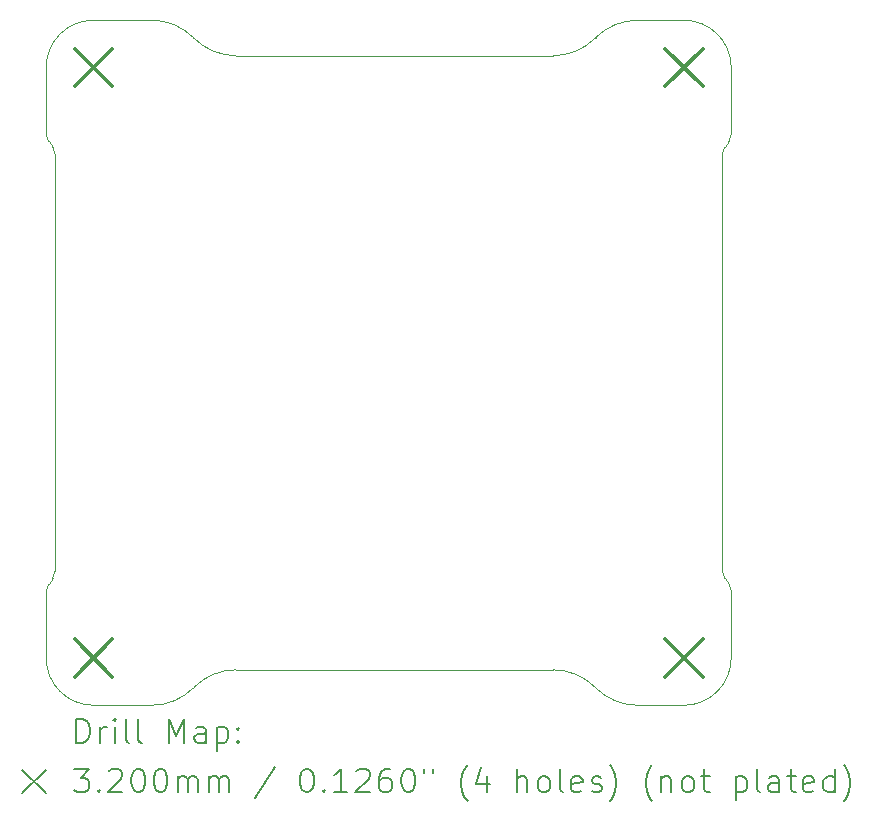
<source format=gbr>
%TF.GenerationSoftware,KiCad,Pcbnew,8.0.0*%
%TF.CreationDate,2024-06-23T16:30:49+02:00*%
%TF.ProjectId,TSAL,5453414c-2e6b-4696-9361-645f70636258,V2.1*%
%TF.SameCoordinates,Original*%
%TF.FileFunction,Drillmap*%
%TF.FilePolarity,Positive*%
%FSLAX45Y45*%
G04 Gerber Fmt 4.5, Leading zero omitted, Abs format (unit mm)*
G04 Created by KiCad (PCBNEW 8.0.0) date 2024-06-23 16:30:49*
%MOMM*%
%LPD*%
G01*
G04 APERTURE LIST*
%ADD10C,0.100000*%
%ADD11C,0.200000*%
%ADD12C,0.320000*%
G04 APERTURE END LIST*
D10*
X7682100Y-3711033D02*
G75*
G02*
X7702100Y-3771033I-80017J-60006D01*
G01*
X7627100Y-3037700D02*
G75*
G02*
X8027100Y-2637700I400000J0D01*
G01*
X7702100Y-7304367D02*
G75*
G02*
X7682100Y-7364367I-99980J-7D01*
G01*
X12280653Y-2784147D02*
G75*
G02*
X12634207Y-2637698I353557J-353553D01*
G01*
X11919993Y-8137700D02*
X9234207Y-8137700D01*
X8880653Y-8284147D02*
G75*
G02*
X9234207Y-8137700I353553J-353553D01*
G01*
X13407100Y-7411033D02*
G75*
G02*
X13427100Y-7471033I-80020J-60007D01*
G01*
X12273546Y-2791253D02*
G75*
G02*
X11919993Y-2937702I-353557J353553D01*
G01*
X8873547Y-8291253D02*
G75*
G02*
X8519993Y-8437700I-353553J353553D01*
G01*
X13027100Y-8437700D02*
X12634207Y-8437700D01*
X13427100Y-3037700D02*
X13427100Y-3604367D01*
X8027100Y-8437700D02*
G75*
G02*
X7627100Y-8037700I0J400000D01*
G01*
X12280653Y-8291253D02*
X12273547Y-8284147D01*
X8027100Y-2637700D02*
X8519993Y-2637700D01*
X7682100Y-3711033D02*
X7647100Y-3664367D01*
X9234207Y-2937700D02*
G75*
G02*
X8880653Y-2791253I-2J499996D01*
G01*
X13352100Y-3771033D02*
G75*
G02*
X13372098Y-3711032I100000J3D01*
G01*
X8873547Y-2784147D02*
X8880653Y-2791253D01*
X7627100Y-7471033D02*
G75*
G02*
X7647100Y-7411033I99980J7D01*
G01*
X12634207Y-2637700D02*
X13027100Y-2637700D01*
X7627100Y-3604367D02*
X7627100Y-3037700D01*
X9234207Y-2937700D02*
X11919993Y-2937700D01*
X13427100Y-3604367D02*
G75*
G02*
X13407098Y-3664365I-99980J-3D01*
G01*
X8880653Y-8284147D02*
X8873547Y-8291253D01*
X13352100Y-3771033D02*
X13352100Y-7304367D01*
X13427100Y-8037700D02*
G75*
G02*
X13027100Y-8437700I-400000J0D01*
G01*
X7647100Y-7411033D02*
X7682100Y-7364367D01*
X8519993Y-8437700D02*
X8027100Y-8437700D01*
X7627100Y-8037700D02*
X7627100Y-7471033D01*
X13372100Y-7364367D02*
X13407100Y-7411033D01*
X13407100Y-3664367D02*
X13372100Y-3711033D01*
X12634207Y-8437700D02*
G75*
G02*
X12280651Y-8291256I3J500020D01*
G01*
X7702100Y-7304367D02*
X7702100Y-3771033D01*
X13027100Y-2637700D02*
G75*
G02*
X13427100Y-3037700I0J-400000D01*
G01*
X13372100Y-7364367D02*
G75*
G02*
X13352100Y-7304367I80020J60007D01*
G01*
X11919993Y-8137700D02*
G75*
G02*
X12273547Y-8284146I2J-499996D01*
G01*
X13427100Y-7471033D02*
X13427100Y-8037700D01*
X8519993Y-2637700D02*
G75*
G02*
X8873547Y-2784147I2J-499996D01*
G01*
X7647100Y-3664367D02*
G75*
G02*
X7627100Y-3604367I80017J60006D01*
G01*
X12273547Y-2791253D02*
X12280653Y-2784147D01*
D11*
D12*
X7867100Y-2877700D02*
X8187100Y-3197700D01*
X8187100Y-2877700D02*
X7867100Y-3197700D01*
X7867100Y-7877700D02*
X8187100Y-8197700D01*
X8187100Y-7877700D02*
X7867100Y-8197700D01*
X12867100Y-2877700D02*
X13187100Y-3197700D01*
X13187100Y-2877700D02*
X12867100Y-3197700D01*
X12867100Y-7877700D02*
X13187100Y-8197700D01*
X13187100Y-7877700D02*
X12867100Y-8197700D01*
D11*
X7882877Y-8754184D02*
X7882877Y-8554184D01*
X7882877Y-8554184D02*
X7930496Y-8554184D01*
X7930496Y-8554184D02*
X7959067Y-8563708D01*
X7959067Y-8563708D02*
X7978115Y-8582755D01*
X7978115Y-8582755D02*
X7987639Y-8601803D01*
X7987639Y-8601803D02*
X7997162Y-8639898D01*
X7997162Y-8639898D02*
X7997162Y-8668470D01*
X7997162Y-8668470D02*
X7987639Y-8706565D01*
X7987639Y-8706565D02*
X7978115Y-8725612D01*
X7978115Y-8725612D02*
X7959067Y-8744660D01*
X7959067Y-8744660D02*
X7930496Y-8754184D01*
X7930496Y-8754184D02*
X7882877Y-8754184D01*
X8082877Y-8754184D02*
X8082877Y-8620850D01*
X8082877Y-8658946D02*
X8092401Y-8639898D01*
X8092401Y-8639898D02*
X8101924Y-8630374D01*
X8101924Y-8630374D02*
X8120972Y-8620850D01*
X8120972Y-8620850D02*
X8140020Y-8620850D01*
X8206686Y-8754184D02*
X8206686Y-8620850D01*
X8206686Y-8554184D02*
X8197162Y-8563708D01*
X8197162Y-8563708D02*
X8206686Y-8573231D01*
X8206686Y-8573231D02*
X8216210Y-8563708D01*
X8216210Y-8563708D02*
X8206686Y-8554184D01*
X8206686Y-8554184D02*
X8206686Y-8573231D01*
X8330496Y-8754184D02*
X8311448Y-8744660D01*
X8311448Y-8744660D02*
X8301924Y-8725612D01*
X8301924Y-8725612D02*
X8301924Y-8554184D01*
X8435258Y-8754184D02*
X8416210Y-8744660D01*
X8416210Y-8744660D02*
X8406686Y-8725612D01*
X8406686Y-8725612D02*
X8406686Y-8554184D01*
X8663829Y-8754184D02*
X8663829Y-8554184D01*
X8663829Y-8554184D02*
X8730496Y-8697041D01*
X8730496Y-8697041D02*
X8797163Y-8554184D01*
X8797163Y-8554184D02*
X8797163Y-8754184D01*
X8978115Y-8754184D02*
X8978115Y-8649422D01*
X8978115Y-8649422D02*
X8968591Y-8630374D01*
X8968591Y-8630374D02*
X8949544Y-8620850D01*
X8949544Y-8620850D02*
X8911448Y-8620850D01*
X8911448Y-8620850D02*
X8892401Y-8630374D01*
X8978115Y-8744660D02*
X8959067Y-8754184D01*
X8959067Y-8754184D02*
X8911448Y-8754184D01*
X8911448Y-8754184D02*
X8892401Y-8744660D01*
X8892401Y-8744660D02*
X8882877Y-8725612D01*
X8882877Y-8725612D02*
X8882877Y-8706565D01*
X8882877Y-8706565D02*
X8892401Y-8687517D01*
X8892401Y-8687517D02*
X8911448Y-8677993D01*
X8911448Y-8677993D02*
X8959067Y-8677993D01*
X8959067Y-8677993D02*
X8978115Y-8668470D01*
X9073353Y-8620850D02*
X9073353Y-8820850D01*
X9073353Y-8630374D02*
X9092401Y-8620850D01*
X9092401Y-8620850D02*
X9130496Y-8620850D01*
X9130496Y-8620850D02*
X9149544Y-8630374D01*
X9149544Y-8630374D02*
X9159067Y-8639898D01*
X9159067Y-8639898D02*
X9168591Y-8658946D01*
X9168591Y-8658946D02*
X9168591Y-8716089D01*
X9168591Y-8716089D02*
X9159067Y-8735136D01*
X9159067Y-8735136D02*
X9149544Y-8744660D01*
X9149544Y-8744660D02*
X9130496Y-8754184D01*
X9130496Y-8754184D02*
X9092401Y-8754184D01*
X9092401Y-8754184D02*
X9073353Y-8744660D01*
X9254305Y-8735136D02*
X9263829Y-8744660D01*
X9263829Y-8744660D02*
X9254305Y-8754184D01*
X9254305Y-8754184D02*
X9244782Y-8744660D01*
X9244782Y-8744660D02*
X9254305Y-8735136D01*
X9254305Y-8735136D02*
X9254305Y-8754184D01*
X9254305Y-8630374D02*
X9263829Y-8639898D01*
X9263829Y-8639898D02*
X9254305Y-8649422D01*
X9254305Y-8649422D02*
X9244782Y-8639898D01*
X9244782Y-8639898D02*
X9254305Y-8630374D01*
X9254305Y-8630374D02*
X9254305Y-8649422D01*
X7422100Y-8982700D02*
X7622100Y-9182700D01*
X7622100Y-8982700D02*
X7422100Y-9182700D01*
X7863829Y-8974184D02*
X7987639Y-8974184D01*
X7987639Y-8974184D02*
X7920972Y-9050374D01*
X7920972Y-9050374D02*
X7949543Y-9050374D01*
X7949543Y-9050374D02*
X7968591Y-9059898D01*
X7968591Y-9059898D02*
X7978115Y-9069422D01*
X7978115Y-9069422D02*
X7987639Y-9088470D01*
X7987639Y-9088470D02*
X7987639Y-9136089D01*
X7987639Y-9136089D02*
X7978115Y-9155136D01*
X7978115Y-9155136D02*
X7968591Y-9164660D01*
X7968591Y-9164660D02*
X7949543Y-9174184D01*
X7949543Y-9174184D02*
X7892401Y-9174184D01*
X7892401Y-9174184D02*
X7873353Y-9164660D01*
X7873353Y-9164660D02*
X7863829Y-9155136D01*
X8073353Y-9155136D02*
X8082877Y-9164660D01*
X8082877Y-9164660D02*
X8073353Y-9174184D01*
X8073353Y-9174184D02*
X8063829Y-9164660D01*
X8063829Y-9164660D02*
X8073353Y-9155136D01*
X8073353Y-9155136D02*
X8073353Y-9174184D01*
X8159067Y-8993231D02*
X8168591Y-8983708D01*
X8168591Y-8983708D02*
X8187639Y-8974184D01*
X8187639Y-8974184D02*
X8235258Y-8974184D01*
X8235258Y-8974184D02*
X8254305Y-8983708D01*
X8254305Y-8983708D02*
X8263829Y-8993231D01*
X8263829Y-8993231D02*
X8273353Y-9012279D01*
X8273353Y-9012279D02*
X8273353Y-9031327D01*
X8273353Y-9031327D02*
X8263829Y-9059898D01*
X8263829Y-9059898D02*
X8149543Y-9174184D01*
X8149543Y-9174184D02*
X8273353Y-9174184D01*
X8397163Y-8974184D02*
X8416210Y-8974184D01*
X8416210Y-8974184D02*
X8435258Y-8983708D01*
X8435258Y-8983708D02*
X8444782Y-8993231D01*
X8444782Y-8993231D02*
X8454305Y-9012279D01*
X8454305Y-9012279D02*
X8463829Y-9050374D01*
X8463829Y-9050374D02*
X8463829Y-9097993D01*
X8463829Y-9097993D02*
X8454305Y-9136089D01*
X8454305Y-9136089D02*
X8444782Y-9155136D01*
X8444782Y-9155136D02*
X8435258Y-9164660D01*
X8435258Y-9164660D02*
X8416210Y-9174184D01*
X8416210Y-9174184D02*
X8397163Y-9174184D01*
X8397163Y-9174184D02*
X8378115Y-9164660D01*
X8378115Y-9164660D02*
X8368591Y-9155136D01*
X8368591Y-9155136D02*
X8359067Y-9136089D01*
X8359067Y-9136089D02*
X8349543Y-9097993D01*
X8349543Y-9097993D02*
X8349543Y-9050374D01*
X8349543Y-9050374D02*
X8359067Y-9012279D01*
X8359067Y-9012279D02*
X8368591Y-8993231D01*
X8368591Y-8993231D02*
X8378115Y-8983708D01*
X8378115Y-8983708D02*
X8397163Y-8974184D01*
X8587639Y-8974184D02*
X8606686Y-8974184D01*
X8606686Y-8974184D02*
X8625734Y-8983708D01*
X8625734Y-8983708D02*
X8635258Y-8993231D01*
X8635258Y-8993231D02*
X8644782Y-9012279D01*
X8644782Y-9012279D02*
X8654305Y-9050374D01*
X8654305Y-9050374D02*
X8654305Y-9097993D01*
X8654305Y-9097993D02*
X8644782Y-9136089D01*
X8644782Y-9136089D02*
X8635258Y-9155136D01*
X8635258Y-9155136D02*
X8625734Y-9164660D01*
X8625734Y-9164660D02*
X8606686Y-9174184D01*
X8606686Y-9174184D02*
X8587639Y-9174184D01*
X8587639Y-9174184D02*
X8568591Y-9164660D01*
X8568591Y-9164660D02*
X8559067Y-9155136D01*
X8559067Y-9155136D02*
X8549544Y-9136089D01*
X8549544Y-9136089D02*
X8540020Y-9097993D01*
X8540020Y-9097993D02*
X8540020Y-9050374D01*
X8540020Y-9050374D02*
X8549544Y-9012279D01*
X8549544Y-9012279D02*
X8559067Y-8993231D01*
X8559067Y-8993231D02*
X8568591Y-8983708D01*
X8568591Y-8983708D02*
X8587639Y-8974184D01*
X8740020Y-9174184D02*
X8740020Y-9040850D01*
X8740020Y-9059898D02*
X8749544Y-9050374D01*
X8749544Y-9050374D02*
X8768591Y-9040850D01*
X8768591Y-9040850D02*
X8797163Y-9040850D01*
X8797163Y-9040850D02*
X8816210Y-9050374D01*
X8816210Y-9050374D02*
X8825734Y-9069422D01*
X8825734Y-9069422D02*
X8825734Y-9174184D01*
X8825734Y-9069422D02*
X8835258Y-9050374D01*
X8835258Y-9050374D02*
X8854305Y-9040850D01*
X8854305Y-9040850D02*
X8882877Y-9040850D01*
X8882877Y-9040850D02*
X8901925Y-9050374D01*
X8901925Y-9050374D02*
X8911448Y-9069422D01*
X8911448Y-9069422D02*
X8911448Y-9174184D01*
X9006686Y-9174184D02*
X9006686Y-9040850D01*
X9006686Y-9059898D02*
X9016210Y-9050374D01*
X9016210Y-9050374D02*
X9035258Y-9040850D01*
X9035258Y-9040850D02*
X9063829Y-9040850D01*
X9063829Y-9040850D02*
X9082877Y-9050374D01*
X9082877Y-9050374D02*
X9092401Y-9069422D01*
X9092401Y-9069422D02*
X9092401Y-9174184D01*
X9092401Y-9069422D02*
X9101925Y-9050374D01*
X9101925Y-9050374D02*
X9120972Y-9040850D01*
X9120972Y-9040850D02*
X9149544Y-9040850D01*
X9149544Y-9040850D02*
X9168591Y-9050374D01*
X9168591Y-9050374D02*
X9178115Y-9069422D01*
X9178115Y-9069422D02*
X9178115Y-9174184D01*
X9568591Y-8964660D02*
X9397163Y-9221803D01*
X9825734Y-8974184D02*
X9844782Y-8974184D01*
X9844782Y-8974184D02*
X9863829Y-8983708D01*
X9863829Y-8983708D02*
X9873353Y-8993231D01*
X9873353Y-8993231D02*
X9882877Y-9012279D01*
X9882877Y-9012279D02*
X9892401Y-9050374D01*
X9892401Y-9050374D02*
X9892401Y-9097993D01*
X9892401Y-9097993D02*
X9882877Y-9136089D01*
X9882877Y-9136089D02*
X9873353Y-9155136D01*
X9873353Y-9155136D02*
X9863829Y-9164660D01*
X9863829Y-9164660D02*
X9844782Y-9174184D01*
X9844782Y-9174184D02*
X9825734Y-9174184D01*
X9825734Y-9174184D02*
X9806687Y-9164660D01*
X9806687Y-9164660D02*
X9797163Y-9155136D01*
X9797163Y-9155136D02*
X9787639Y-9136089D01*
X9787639Y-9136089D02*
X9778115Y-9097993D01*
X9778115Y-9097993D02*
X9778115Y-9050374D01*
X9778115Y-9050374D02*
X9787639Y-9012279D01*
X9787639Y-9012279D02*
X9797163Y-8993231D01*
X9797163Y-8993231D02*
X9806687Y-8983708D01*
X9806687Y-8983708D02*
X9825734Y-8974184D01*
X9978115Y-9155136D02*
X9987639Y-9164660D01*
X9987639Y-9164660D02*
X9978115Y-9174184D01*
X9978115Y-9174184D02*
X9968591Y-9164660D01*
X9968591Y-9164660D02*
X9978115Y-9155136D01*
X9978115Y-9155136D02*
X9978115Y-9174184D01*
X10178115Y-9174184D02*
X10063829Y-9174184D01*
X10120972Y-9174184D02*
X10120972Y-8974184D01*
X10120972Y-8974184D02*
X10101925Y-9002755D01*
X10101925Y-9002755D02*
X10082877Y-9021803D01*
X10082877Y-9021803D02*
X10063829Y-9031327D01*
X10254306Y-8993231D02*
X10263829Y-8983708D01*
X10263829Y-8983708D02*
X10282877Y-8974184D01*
X10282877Y-8974184D02*
X10330496Y-8974184D01*
X10330496Y-8974184D02*
X10349544Y-8983708D01*
X10349544Y-8983708D02*
X10359068Y-8993231D01*
X10359068Y-8993231D02*
X10368591Y-9012279D01*
X10368591Y-9012279D02*
X10368591Y-9031327D01*
X10368591Y-9031327D02*
X10359068Y-9059898D01*
X10359068Y-9059898D02*
X10244782Y-9174184D01*
X10244782Y-9174184D02*
X10368591Y-9174184D01*
X10540020Y-8974184D02*
X10501925Y-8974184D01*
X10501925Y-8974184D02*
X10482877Y-8983708D01*
X10482877Y-8983708D02*
X10473353Y-8993231D01*
X10473353Y-8993231D02*
X10454306Y-9021803D01*
X10454306Y-9021803D02*
X10444782Y-9059898D01*
X10444782Y-9059898D02*
X10444782Y-9136089D01*
X10444782Y-9136089D02*
X10454306Y-9155136D01*
X10454306Y-9155136D02*
X10463829Y-9164660D01*
X10463829Y-9164660D02*
X10482877Y-9174184D01*
X10482877Y-9174184D02*
X10520972Y-9174184D01*
X10520972Y-9174184D02*
X10540020Y-9164660D01*
X10540020Y-9164660D02*
X10549544Y-9155136D01*
X10549544Y-9155136D02*
X10559068Y-9136089D01*
X10559068Y-9136089D02*
X10559068Y-9088470D01*
X10559068Y-9088470D02*
X10549544Y-9069422D01*
X10549544Y-9069422D02*
X10540020Y-9059898D01*
X10540020Y-9059898D02*
X10520972Y-9050374D01*
X10520972Y-9050374D02*
X10482877Y-9050374D01*
X10482877Y-9050374D02*
X10463829Y-9059898D01*
X10463829Y-9059898D02*
X10454306Y-9069422D01*
X10454306Y-9069422D02*
X10444782Y-9088470D01*
X10682877Y-8974184D02*
X10701925Y-8974184D01*
X10701925Y-8974184D02*
X10720972Y-8983708D01*
X10720972Y-8983708D02*
X10730496Y-8993231D01*
X10730496Y-8993231D02*
X10740020Y-9012279D01*
X10740020Y-9012279D02*
X10749544Y-9050374D01*
X10749544Y-9050374D02*
X10749544Y-9097993D01*
X10749544Y-9097993D02*
X10740020Y-9136089D01*
X10740020Y-9136089D02*
X10730496Y-9155136D01*
X10730496Y-9155136D02*
X10720972Y-9164660D01*
X10720972Y-9164660D02*
X10701925Y-9174184D01*
X10701925Y-9174184D02*
X10682877Y-9174184D01*
X10682877Y-9174184D02*
X10663829Y-9164660D01*
X10663829Y-9164660D02*
X10654306Y-9155136D01*
X10654306Y-9155136D02*
X10644782Y-9136089D01*
X10644782Y-9136089D02*
X10635258Y-9097993D01*
X10635258Y-9097993D02*
X10635258Y-9050374D01*
X10635258Y-9050374D02*
X10644782Y-9012279D01*
X10644782Y-9012279D02*
X10654306Y-8993231D01*
X10654306Y-8993231D02*
X10663829Y-8983708D01*
X10663829Y-8983708D02*
X10682877Y-8974184D01*
X10825734Y-8974184D02*
X10825734Y-9012279D01*
X10901925Y-8974184D02*
X10901925Y-9012279D01*
X11197163Y-9250374D02*
X11187639Y-9240850D01*
X11187639Y-9240850D02*
X11168591Y-9212279D01*
X11168591Y-9212279D02*
X11159068Y-9193231D01*
X11159068Y-9193231D02*
X11149544Y-9164660D01*
X11149544Y-9164660D02*
X11140020Y-9117041D01*
X11140020Y-9117041D02*
X11140020Y-9078946D01*
X11140020Y-9078946D02*
X11149544Y-9031327D01*
X11149544Y-9031327D02*
X11159068Y-9002755D01*
X11159068Y-9002755D02*
X11168591Y-8983708D01*
X11168591Y-8983708D02*
X11187639Y-8955136D01*
X11187639Y-8955136D02*
X11197163Y-8945612D01*
X11359068Y-9040850D02*
X11359068Y-9174184D01*
X11311448Y-8964660D02*
X11263829Y-9107517D01*
X11263829Y-9107517D02*
X11387639Y-9107517D01*
X11616210Y-9174184D02*
X11616210Y-8974184D01*
X11701925Y-9174184D02*
X11701925Y-9069422D01*
X11701925Y-9069422D02*
X11692401Y-9050374D01*
X11692401Y-9050374D02*
X11673353Y-9040850D01*
X11673353Y-9040850D02*
X11644782Y-9040850D01*
X11644782Y-9040850D02*
X11625734Y-9050374D01*
X11625734Y-9050374D02*
X11616210Y-9059898D01*
X11825734Y-9174184D02*
X11806687Y-9164660D01*
X11806687Y-9164660D02*
X11797163Y-9155136D01*
X11797163Y-9155136D02*
X11787639Y-9136089D01*
X11787639Y-9136089D02*
X11787639Y-9078946D01*
X11787639Y-9078946D02*
X11797163Y-9059898D01*
X11797163Y-9059898D02*
X11806687Y-9050374D01*
X11806687Y-9050374D02*
X11825734Y-9040850D01*
X11825734Y-9040850D02*
X11854306Y-9040850D01*
X11854306Y-9040850D02*
X11873353Y-9050374D01*
X11873353Y-9050374D02*
X11882877Y-9059898D01*
X11882877Y-9059898D02*
X11892401Y-9078946D01*
X11892401Y-9078946D02*
X11892401Y-9136089D01*
X11892401Y-9136089D02*
X11882877Y-9155136D01*
X11882877Y-9155136D02*
X11873353Y-9164660D01*
X11873353Y-9164660D02*
X11854306Y-9174184D01*
X11854306Y-9174184D02*
X11825734Y-9174184D01*
X12006687Y-9174184D02*
X11987639Y-9164660D01*
X11987639Y-9164660D02*
X11978115Y-9145612D01*
X11978115Y-9145612D02*
X11978115Y-8974184D01*
X12159068Y-9164660D02*
X12140020Y-9174184D01*
X12140020Y-9174184D02*
X12101925Y-9174184D01*
X12101925Y-9174184D02*
X12082877Y-9164660D01*
X12082877Y-9164660D02*
X12073353Y-9145612D01*
X12073353Y-9145612D02*
X12073353Y-9069422D01*
X12073353Y-9069422D02*
X12082877Y-9050374D01*
X12082877Y-9050374D02*
X12101925Y-9040850D01*
X12101925Y-9040850D02*
X12140020Y-9040850D01*
X12140020Y-9040850D02*
X12159068Y-9050374D01*
X12159068Y-9050374D02*
X12168591Y-9069422D01*
X12168591Y-9069422D02*
X12168591Y-9088470D01*
X12168591Y-9088470D02*
X12073353Y-9107517D01*
X12244782Y-9164660D02*
X12263830Y-9174184D01*
X12263830Y-9174184D02*
X12301925Y-9174184D01*
X12301925Y-9174184D02*
X12320972Y-9164660D01*
X12320972Y-9164660D02*
X12330496Y-9145612D01*
X12330496Y-9145612D02*
X12330496Y-9136089D01*
X12330496Y-9136089D02*
X12320972Y-9117041D01*
X12320972Y-9117041D02*
X12301925Y-9107517D01*
X12301925Y-9107517D02*
X12273353Y-9107517D01*
X12273353Y-9107517D02*
X12254306Y-9097993D01*
X12254306Y-9097993D02*
X12244782Y-9078946D01*
X12244782Y-9078946D02*
X12244782Y-9069422D01*
X12244782Y-9069422D02*
X12254306Y-9050374D01*
X12254306Y-9050374D02*
X12273353Y-9040850D01*
X12273353Y-9040850D02*
X12301925Y-9040850D01*
X12301925Y-9040850D02*
X12320972Y-9050374D01*
X12397163Y-9250374D02*
X12406687Y-9240850D01*
X12406687Y-9240850D02*
X12425734Y-9212279D01*
X12425734Y-9212279D02*
X12435258Y-9193231D01*
X12435258Y-9193231D02*
X12444782Y-9164660D01*
X12444782Y-9164660D02*
X12454306Y-9117041D01*
X12454306Y-9117041D02*
X12454306Y-9078946D01*
X12454306Y-9078946D02*
X12444782Y-9031327D01*
X12444782Y-9031327D02*
X12435258Y-9002755D01*
X12435258Y-9002755D02*
X12425734Y-8983708D01*
X12425734Y-8983708D02*
X12406687Y-8955136D01*
X12406687Y-8955136D02*
X12397163Y-8945612D01*
X12759068Y-9250374D02*
X12749544Y-9240850D01*
X12749544Y-9240850D02*
X12730496Y-9212279D01*
X12730496Y-9212279D02*
X12720972Y-9193231D01*
X12720972Y-9193231D02*
X12711449Y-9164660D01*
X12711449Y-9164660D02*
X12701925Y-9117041D01*
X12701925Y-9117041D02*
X12701925Y-9078946D01*
X12701925Y-9078946D02*
X12711449Y-9031327D01*
X12711449Y-9031327D02*
X12720972Y-9002755D01*
X12720972Y-9002755D02*
X12730496Y-8983708D01*
X12730496Y-8983708D02*
X12749544Y-8955136D01*
X12749544Y-8955136D02*
X12759068Y-8945612D01*
X12835258Y-9040850D02*
X12835258Y-9174184D01*
X12835258Y-9059898D02*
X12844782Y-9050374D01*
X12844782Y-9050374D02*
X12863830Y-9040850D01*
X12863830Y-9040850D02*
X12892401Y-9040850D01*
X12892401Y-9040850D02*
X12911449Y-9050374D01*
X12911449Y-9050374D02*
X12920972Y-9069422D01*
X12920972Y-9069422D02*
X12920972Y-9174184D01*
X13044782Y-9174184D02*
X13025734Y-9164660D01*
X13025734Y-9164660D02*
X13016211Y-9155136D01*
X13016211Y-9155136D02*
X13006687Y-9136089D01*
X13006687Y-9136089D02*
X13006687Y-9078946D01*
X13006687Y-9078946D02*
X13016211Y-9059898D01*
X13016211Y-9059898D02*
X13025734Y-9050374D01*
X13025734Y-9050374D02*
X13044782Y-9040850D01*
X13044782Y-9040850D02*
X13073353Y-9040850D01*
X13073353Y-9040850D02*
X13092401Y-9050374D01*
X13092401Y-9050374D02*
X13101925Y-9059898D01*
X13101925Y-9059898D02*
X13111449Y-9078946D01*
X13111449Y-9078946D02*
X13111449Y-9136089D01*
X13111449Y-9136089D02*
X13101925Y-9155136D01*
X13101925Y-9155136D02*
X13092401Y-9164660D01*
X13092401Y-9164660D02*
X13073353Y-9174184D01*
X13073353Y-9174184D02*
X13044782Y-9174184D01*
X13168592Y-9040850D02*
X13244782Y-9040850D01*
X13197163Y-8974184D02*
X13197163Y-9145612D01*
X13197163Y-9145612D02*
X13206687Y-9164660D01*
X13206687Y-9164660D02*
X13225734Y-9174184D01*
X13225734Y-9174184D02*
X13244782Y-9174184D01*
X13463830Y-9040850D02*
X13463830Y-9240850D01*
X13463830Y-9050374D02*
X13482877Y-9040850D01*
X13482877Y-9040850D02*
X13520973Y-9040850D01*
X13520973Y-9040850D02*
X13540020Y-9050374D01*
X13540020Y-9050374D02*
X13549544Y-9059898D01*
X13549544Y-9059898D02*
X13559068Y-9078946D01*
X13559068Y-9078946D02*
X13559068Y-9136089D01*
X13559068Y-9136089D02*
X13549544Y-9155136D01*
X13549544Y-9155136D02*
X13540020Y-9164660D01*
X13540020Y-9164660D02*
X13520973Y-9174184D01*
X13520973Y-9174184D02*
X13482877Y-9174184D01*
X13482877Y-9174184D02*
X13463830Y-9164660D01*
X13673353Y-9174184D02*
X13654306Y-9164660D01*
X13654306Y-9164660D02*
X13644782Y-9145612D01*
X13644782Y-9145612D02*
X13644782Y-8974184D01*
X13835258Y-9174184D02*
X13835258Y-9069422D01*
X13835258Y-9069422D02*
X13825734Y-9050374D01*
X13825734Y-9050374D02*
X13806687Y-9040850D01*
X13806687Y-9040850D02*
X13768592Y-9040850D01*
X13768592Y-9040850D02*
X13749544Y-9050374D01*
X13835258Y-9164660D02*
X13816211Y-9174184D01*
X13816211Y-9174184D02*
X13768592Y-9174184D01*
X13768592Y-9174184D02*
X13749544Y-9164660D01*
X13749544Y-9164660D02*
X13740020Y-9145612D01*
X13740020Y-9145612D02*
X13740020Y-9126565D01*
X13740020Y-9126565D02*
X13749544Y-9107517D01*
X13749544Y-9107517D02*
X13768592Y-9097993D01*
X13768592Y-9097993D02*
X13816211Y-9097993D01*
X13816211Y-9097993D02*
X13835258Y-9088470D01*
X13901925Y-9040850D02*
X13978115Y-9040850D01*
X13930496Y-8974184D02*
X13930496Y-9145612D01*
X13930496Y-9145612D02*
X13940020Y-9164660D01*
X13940020Y-9164660D02*
X13959068Y-9174184D01*
X13959068Y-9174184D02*
X13978115Y-9174184D01*
X14120973Y-9164660D02*
X14101925Y-9174184D01*
X14101925Y-9174184D02*
X14063830Y-9174184D01*
X14063830Y-9174184D02*
X14044782Y-9164660D01*
X14044782Y-9164660D02*
X14035258Y-9145612D01*
X14035258Y-9145612D02*
X14035258Y-9069422D01*
X14035258Y-9069422D02*
X14044782Y-9050374D01*
X14044782Y-9050374D02*
X14063830Y-9040850D01*
X14063830Y-9040850D02*
X14101925Y-9040850D01*
X14101925Y-9040850D02*
X14120973Y-9050374D01*
X14120973Y-9050374D02*
X14130496Y-9069422D01*
X14130496Y-9069422D02*
X14130496Y-9088470D01*
X14130496Y-9088470D02*
X14035258Y-9107517D01*
X14301925Y-9174184D02*
X14301925Y-8974184D01*
X14301925Y-9164660D02*
X14282877Y-9174184D01*
X14282877Y-9174184D02*
X14244782Y-9174184D01*
X14244782Y-9174184D02*
X14225734Y-9164660D01*
X14225734Y-9164660D02*
X14216211Y-9155136D01*
X14216211Y-9155136D02*
X14206687Y-9136089D01*
X14206687Y-9136089D02*
X14206687Y-9078946D01*
X14206687Y-9078946D02*
X14216211Y-9059898D01*
X14216211Y-9059898D02*
X14225734Y-9050374D01*
X14225734Y-9050374D02*
X14244782Y-9040850D01*
X14244782Y-9040850D02*
X14282877Y-9040850D01*
X14282877Y-9040850D02*
X14301925Y-9050374D01*
X14378115Y-9250374D02*
X14387639Y-9240850D01*
X14387639Y-9240850D02*
X14406687Y-9212279D01*
X14406687Y-9212279D02*
X14416211Y-9193231D01*
X14416211Y-9193231D02*
X14425734Y-9164660D01*
X14425734Y-9164660D02*
X14435258Y-9117041D01*
X14435258Y-9117041D02*
X14435258Y-9078946D01*
X14435258Y-9078946D02*
X14425734Y-9031327D01*
X14425734Y-9031327D02*
X14416211Y-9002755D01*
X14416211Y-9002755D02*
X14406687Y-8983708D01*
X14406687Y-8983708D02*
X14387639Y-8955136D01*
X14387639Y-8955136D02*
X14378115Y-8945612D01*
M02*

</source>
